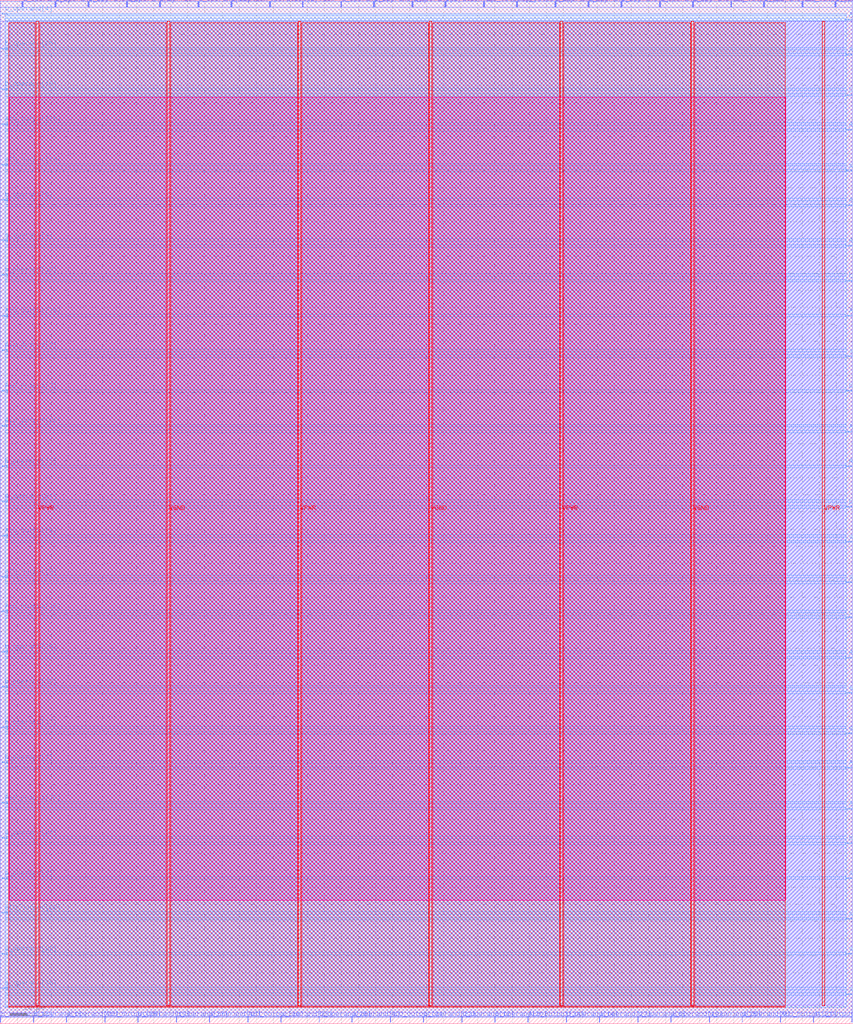
<source format=lef>
VERSION 5.7 ;
  NOWIREEXTENSIONATPIN ON ;
  DIVIDERCHAR "/" ;
  BUSBITCHARS "[]" ;
MACRO ALU
  CLASS BLOCK ;
  FOREIGN ALU ;
  ORIGIN 0.000 0.000 ;
  SIZE 500.000 BY 600.000 ;
  PIN ALU_Output[0]
    DIRECTION OUTPUT TRISTATE ;
    USE SIGNAL ;
    PORT
      LAYER met3 ;
        RECT 1.000 285.640 4.000 286.240 ;
    END
  END ALU_Output[0]
  PIN ALU_Output[10]
    DIRECTION OUTPUT TRISTATE ;
    USE SIGNAL ;
    PORT
      LAYER met2 ;
        RECT 144.990 1.000 145.270 4.000 ;
    END
  END ALU_Output[10]
  PIN ALU_Output[11]
    DIRECTION OUTPUT TRISTATE ;
    USE SIGNAL ;
    PORT
      LAYER met3 ;
        RECT 496.000 455.640 499.000 456.240 ;
    END
  END ALU_Output[11]
  PIN ALU_Output[12]
    DIRECTION OUTPUT TRISTATE ;
    USE SIGNAL ;
    PORT
      LAYER met3 ;
        RECT 496.000 149.640 499.000 150.240 ;
    END
  END ALU_Output[12]
  PIN ALU_Output[13]
    DIRECTION OUTPUT TRISTATE ;
    USE SIGNAL ;
    PORT
      LAYER met3 ;
        RECT 496.000 588.240 499.000 588.840 ;
    END
  END ALU_Output[13]
  PIN ALU_Output[14]
    DIRECTION OUTPUT TRISTATE ;
    USE SIGNAL ;
    PORT
      LAYER met3 ;
        RECT 496.000 214.240 499.000 214.840 ;
    END
  END ALU_Output[14]
  PIN ALU_Output[15]
    DIRECTION OUTPUT TRISTATE ;
    USE SIGNAL ;
    PORT
      LAYER met3 ;
        RECT 1.000 527.040 4.000 527.640 ;
    END
  END ALU_Output[15]
  PIN ALU_Output[16]
    DIRECTION OUTPUT TRISTATE ;
    USE SIGNAL ;
    PORT
      LAYER met3 ;
        RECT 1.000 503.240 4.000 503.840 ;
    END
  END ALU_Output[16]
  PIN ALU_Output[17]
    DIRECTION OUTPUT TRISTATE ;
    USE SIGNAL ;
    PORT
      LAYER met2 ;
        RECT 302.770 596.000 303.050 599.000 ;
    END
  END ALU_Output[17]
  PIN ALU_Output[18]
    DIRECTION OUTPUT TRISTATE ;
    USE SIGNAL ;
    PORT
      LAYER met2 ;
        RECT 470.210 596.000 470.490 599.000 ;
    END
  END ALU_Output[18]
  PIN ALU_Output[19]
    DIRECTION OUTPUT TRISTATE ;
    USE SIGNAL ;
    PORT
      LAYER met3 ;
        RECT 1.000 241.440 4.000 242.040 ;
    END
  END ALU_Output[19]
  PIN ALU_Output[1]
    DIRECTION OUTPUT TRISTATE ;
    USE SIGNAL ;
    PORT
      LAYER met3 ;
        RECT 496.000 125.840 499.000 126.440 ;
    END
  END ALU_Output[1]
  PIN ALU_Output[20]
    DIRECTION OUTPUT TRISTATE ;
    USE SIGNAL ;
    PORT
      LAYER met3 ;
        RECT 1.000 414.840 4.000 415.440 ;
    END
  END ALU_Output[20]
  PIN ALU_Output[21]
    DIRECTION OUTPUT TRISTATE ;
    USE SIGNAL ;
    PORT
      LAYER met2 ;
        RECT 457.330 1.000 457.610 4.000 ;
    END
  END ALU_Output[21]
  PIN ALU_Output[22]
    DIRECTION OUTPUT TRISTATE ;
    USE SIGNAL ;
    PORT
      LAYER met3 ;
        RECT 1.000 64.640 4.000 65.240 ;
    END
  END ALU_Output[22]
  PIN ALU_Output[23]
    DIRECTION OUTPUT TRISTATE ;
    USE SIGNAL ;
    PORT
      LAYER met3 ;
        RECT 496.000 523.640 499.000 524.240 ;
    END
  END ALU_Output[23]
  PIN ALU_Output[24]
    DIRECTION OUTPUT TRISTATE ;
    USE SIGNAL ;
    PORT
      LAYER met2 ;
        RECT 309.210 1.000 309.490 4.000 ;
    END
  END ALU_Output[24]
  PIN ALU_Output[25]
    DIRECTION OUTPUT TRISTATE ;
    USE SIGNAL ;
    PORT
      LAYER met2 ;
        RECT 61.270 1.000 61.550 4.000 ;
    END
  END ALU_Output[25]
  PIN ALU_Output[26]
    DIRECTION OUTPUT TRISTATE ;
    USE SIGNAL ;
    PORT
      LAYER met3 ;
        RECT 1.000 350.240 4.000 350.840 ;
    END
  END ALU_Output[26]
  PIN ALU_Output[27]
    DIRECTION OUTPUT TRISTATE ;
    USE SIGNAL ;
    PORT
      LAYER met2 ;
        RECT 476.650 1.000 476.930 4.000 ;
    END
  END ALU_Output[27]
  PIN ALU_Output[28]
    DIRECTION OUTPUT TRISTATE ;
    USE SIGNAL ;
    PORT
      LAYER met3 ;
        RECT 496.000 567.840 499.000 568.440 ;
    END
  END ALU_Output[28]
  PIN ALU_Output[29]
    DIRECTION OUTPUT TRISTATE ;
    USE SIGNAL ;
    PORT
      LAYER met2 ;
        RECT 428.350 596.000 428.630 599.000 ;
    END
  END ALU_Output[29]
  PIN ALU_Output[2]
    DIRECTION OUTPUT TRISTATE ;
    USE SIGNAL ;
    PORT
      LAYER met3 ;
        RECT 1.000 370.640 4.000 371.240 ;
    END
  END ALU_Output[2]
  PIN ALU_Output[30]
    DIRECTION OUTPUT TRISTATE ;
    USE SIGNAL ;
    PORT
      LAYER met3 ;
        RECT 1.000 129.240 4.000 129.840 ;
    END
  END ALU_Output[30]
  PIN ALU_Output[31]
    DIRECTION OUTPUT TRISTATE ;
    USE SIGNAL ;
    PORT
      LAYER met2 ;
        RECT 228.710 1.000 228.990 4.000 ;
    END
  END ALU_Output[31]
  PIN ALU_Output[3]
    DIRECTION OUTPUT TRISTATE ;
    USE SIGNAL ;
    PORT
      LAYER met3 ;
        RECT 496.000 479.440 499.000 480.040 ;
    END
  END ALU_Output[3]
  PIN ALU_Output[4]
    DIRECTION OUTPUT TRISTATE ;
    USE SIGNAL ;
    PORT
      LAYER met3 ;
        RECT 496.000 326.440 499.000 327.040 ;
    END
  END ALU_Output[4]
  PIN ALU_Output[5]
    DIRECTION OUTPUT TRISTATE ;
    USE SIGNAL ;
    PORT
      LAYER met3 ;
        RECT 496.000 346.840 499.000 347.440 ;
    END
  END ALU_Output[5]
  PIN ALU_Output[6]
    DIRECTION OUTPUT TRISTATE ;
    USE SIGNAL ;
    PORT
      LAYER met2 ;
        RECT 283.450 596.000 283.730 599.000 ;
    END
  END ALU_Output[6]
  PIN ALU_Output[7]
    DIRECTION OUTPUT TRISTATE ;
    USE SIGNAL ;
    PORT
      LAYER met3 ;
        RECT 496.000 414.840 499.000 415.440 ;
    END
  END ALU_Output[7]
  PIN ALU_Output[8]
    DIRECTION OUTPUT TRISTATE ;
    USE SIGNAL ;
    PORT
      LAYER met3 ;
        RECT 1.000 261.840 4.000 262.440 ;
    END
  END ALU_Output[8]
  PIN ALU_Output[9]
    DIRECTION OUTPUT TRISTATE ;
    USE SIGNAL ;
    PORT
      LAYER met3 ;
        RECT 1.000 394.440 4.000 395.040 ;
    END
  END ALU_Output[9]
  PIN Exception
    DIRECTION OUTPUT TRISTATE ;
    USE SIGNAL ;
    PORT
      LAYER met2 ;
        RECT 135.330 596.000 135.610 599.000 ;
    END
  END Exception
  PIN Operation[0]
    DIRECTION INPUT ;
    USE SIGNAL ;
    PORT
      LAYER met3 ;
        RECT 496.000 544.040 499.000 544.640 ;
    END
  END Operation[0]
  PIN Operation[1]
    DIRECTION INPUT ;
    USE SIGNAL ;
    PORT
      LAYER met2 ;
        RECT 157.870 596.000 158.150 599.000 ;
    END
  END Operation[1]
  PIN Operation[2]
    DIRECTION INPUT ;
    USE SIGNAL ;
    PORT
      LAYER met2 ;
        RECT 260.910 596.000 261.190 599.000 ;
    END
  END Operation[2]
  PIN Operation[3]
    DIRECTION INPUT ;
    USE SIGNAL ;
    PORT
      LAYER met3 ;
        RECT 496.000 238.040 499.000 238.640 ;
    END
  END Operation[3]
  PIN Overflow
    DIRECTION OUTPUT TRISTATE ;
    USE SIGNAL ;
    PORT
      LAYER met2 ;
        RECT 177.190 596.000 177.470 599.000 ;
    END
  END Overflow
  PIN Underflow
    DIRECTION OUTPUT TRISTATE ;
    USE SIGNAL ;
    PORT
      LAYER met2 ;
        RECT 93.470 596.000 93.750 599.000 ;
    END
  END Underflow
  PIN VGND
    DIRECTION INOUT ;
    USE GROUND ;
    PORT
      LAYER met4 ;
        RECT 97.840 10.640 99.440 587.760 ;
    END
    PORT
      LAYER met4 ;
        RECT 251.440 10.640 253.040 587.760 ;
    END
    PORT
      LAYER met4 ;
        RECT 405.040 10.640 406.640 587.760 ;
    END
  END VGND
  PIN VPWR
    DIRECTION INOUT ;
    USE POWER ;
    PORT
      LAYER met4 ;
        RECT 21.040 10.640 22.640 587.760 ;
    END
    PORT
      LAYER met4 ;
        RECT 174.640 10.640 176.240 587.760 ;
    END
    PORT
      LAYER met4 ;
        RECT 328.240 10.640 329.840 587.760 ;
    END
    PORT
      LAYER met4 ;
        RECT 481.840 10.640 483.440 587.760 ;
    END
  END VPWR
  PIN a_operand[0]
    DIRECTION INPUT ;
    USE SIGNAL ;
    PORT
      LAYER met2 ;
        RECT 241.590 596.000 241.870 599.000 ;
    END
  END a_operand[0]
  PIN a_operand[10]
    DIRECTION INPUT ;
    USE SIGNAL ;
    PORT
      LAYER met2 ;
        RECT 122.450 1.000 122.730 4.000 ;
    END
  END a_operand[10]
  PIN a_operand[11]
    DIRECTION INPUT ;
    USE SIGNAL ;
    PORT
      LAYER met2 ;
        RECT 199.730 596.000 200.010 599.000 ;
    END
  END a_operand[11]
  PIN a_operand[12]
    DIRECTION INPUT ;
    USE SIGNAL ;
    PORT
      LAYER met3 ;
        RECT 496.000 40.840 499.000 41.440 ;
    END
  END a_operand[12]
  PIN a_operand[13]
    DIRECTION INPUT ;
    USE SIGNAL ;
    PORT
      LAYER met3 ;
        RECT 496.000 282.240 499.000 282.840 ;
    END
  END a_operand[13]
  PIN a_operand[14]
    DIRECTION INPUT ;
    USE SIGNAL ;
    PORT
      LAYER met2 ;
        RECT 344.630 596.000 344.910 599.000 ;
    END
  END a_operand[14]
  PIN a_operand[15]
    DIRECTION INPUT ;
    USE SIGNAL ;
    PORT
      LAYER met2 ;
        RECT 116.010 596.000 116.290 599.000 ;
    END
  END a_operand[15]
  PIN a_operand[16]
    DIRECTION INPUT ;
    USE SIGNAL ;
    PORT
      LAYER met3 ;
        RECT 496.000 61.240 499.000 61.840 ;
    END
  END a_operand[16]
  PIN a_operand[17]
    DIRECTION INPUT ;
    USE SIGNAL ;
    PORT
      LAYER met3 ;
        RECT 496.000 499.840 499.000 500.440 ;
    END
  END a_operand[17]
  PIN a_operand[18]
    DIRECTION INPUT ;
    USE SIGNAL ;
    PORT
      LAYER met3 ;
        RECT 1.000 438.640 4.000 439.240 ;
    END
  END a_operand[18]
  PIN a_operand[19]
    DIRECTION INPUT ;
    USE SIGNAL ;
    PORT
      LAYER met2 ;
        RECT 392.930 1.000 393.210 4.000 ;
    END
  END a_operand[19]
  PIN a_operand[1]
    DIRECTION INPUT ;
    USE SIGNAL ;
    PORT
      LAYER met2 ;
        RECT 206.170 1.000 206.450 4.000 ;
    END
  END a_operand[1]
  PIN a_operand[20]
    DIRECTION INPUT ;
    USE SIGNAL ;
    PORT
      LAYER met3 ;
        RECT 496.000 170.040 499.000 170.640 ;
    END
  END a_operand[20]
  PIN a_operand[21]
    DIRECTION INPUT ;
    USE SIGNAL ;
    PORT
      LAYER met3 ;
        RECT 1.000 306.040 4.000 306.640 ;
    END
  END a_operand[21]
  PIN a_operand[22]
    DIRECTION INPUT ;
    USE SIGNAL ;
    PORT
      LAYER met3 ;
        RECT 1.000 40.840 4.000 41.440 ;
    END
  END a_operand[22]
  PIN a_operand[23]
    DIRECTION INPUT ;
    USE SIGNAL ;
    PORT
      LAYER met3 ;
        RECT 496.000 17.040 499.000 17.640 ;
    END
  END a_operand[23]
  PIN a_operand[24]
    DIRECTION INPUT ;
    USE SIGNAL ;
    PORT
      LAYER met3 ;
        RECT 1.000 108.840 4.000 109.440 ;
    END
  END a_operand[24]
  PIN a_operand[25]
    DIRECTION INPUT ;
    USE SIGNAL ;
    PORT
      LAYER met2 ;
        RECT 415.470 1.000 415.750 4.000 ;
    END
  END a_operand[25]
  PIN a_operand[26]
    DIRECTION INPUT ;
    USE SIGNAL ;
    PORT
      LAYER met2 ;
        RECT 405.810 596.000 406.090 599.000 ;
    END
  END a_operand[26]
  PIN a_operand[27]
    DIRECTION INPUT ;
    USE SIGNAL ;
    PORT
      LAYER met2 ;
        RECT 351.070 1.000 351.350 4.000 ;
    END
  END a_operand[27]
  PIN a_operand[28]
    DIRECTION INPUT ;
    USE SIGNAL ;
    PORT
      LAYER met2 ;
        RECT 38.730 1.000 39.010 4.000 ;
    END
  END a_operand[28]
  PIN a_operand[29]
    DIRECTION INPUT ;
    USE SIGNAL ;
    PORT
      LAYER met2 ;
        RECT 164.310 1.000 164.590 4.000 ;
    END
  END a_operand[29]
  PIN a_operand[2]
    DIRECTION INPUT ;
    USE SIGNAL ;
    PORT
      LAYER met2 ;
        RECT 499.190 1.000 499.470 4.000 ;
    END
  END a_operand[2]
  PIN a_operand[30]
    DIRECTION INPUT ;
    USE SIGNAL ;
    PORT
      LAYER met3 ;
        RECT 1.000 20.440 4.000 21.040 ;
    END
  END a_operand[30]
  PIN a_operand[31]
    DIRECTION INPUT ;
    USE SIGNAL ;
    PORT
      LAYER met3 ;
        RECT 496.000 193.840 499.000 194.440 ;
    END
  END a_operand[31]
  PIN a_operand[3]
    DIRECTION INPUT ;
    USE SIGNAL ;
    PORT
      LAYER met3 ;
        RECT 1.000 85.040 4.000 85.640 ;
    END
  END a_operand[3]
  PIN a_operand[4]
    DIRECTION INPUT ;
    USE SIGNAL ;
    PORT
      LAYER met3 ;
        RECT 1.000 459.040 4.000 459.640 ;
    END
  END a_operand[4]
  PIN a_operand[5]
    DIRECTION INPUT ;
    USE SIGNAL ;
    PORT
      LAYER met3 ;
        RECT 496.000 85.040 499.000 85.640 ;
    END
  END a_operand[5]
  PIN a_operand[6]
    DIRECTION INPUT ;
    USE SIGNAL ;
    PORT
      LAYER met2 ;
        RECT 12.970 596.000 13.250 599.000 ;
    END
  END a_operand[6]
  PIN a_operand[7]
    DIRECTION INPUT ;
    USE SIGNAL ;
    PORT
      LAYER met3 ;
        RECT 496.000 258.440 499.000 259.040 ;
    END
  END a_operand[7]
  PIN a_operand[8]
    DIRECTION INPUT ;
    USE SIGNAL ;
    PORT
      LAYER met3 ;
        RECT 496.000 391.040 499.000 391.640 ;
    END
  END a_operand[8]
  PIN a_operand[9]
    DIRECTION INPUT ;
    USE SIGNAL ;
    PORT
      LAYER met2 ;
        RECT 434.790 1.000 435.070 4.000 ;
    END
  END a_operand[9]
  PIN b_operand[0]
    DIRECTION INPUT ;
    USE SIGNAL ;
    PORT
      LAYER met3 ;
        RECT 496.000 435.240 499.000 435.840 ;
    END
  END b_operand[0]
  PIN b_operand[10]
    DIRECTION INPUT ;
    USE SIGNAL ;
    PORT
      LAYER met2 ;
        RECT 32.290 596.000 32.570 599.000 ;
    END
  END b_operand[10]
  PIN b_operand[11]
    DIRECTION INPUT ;
    USE SIGNAL ;
    PORT
      LAYER met3 ;
        RECT 1.000 326.440 4.000 327.040 ;
    END
  END b_operand[11]
  PIN b_operand[12]
    DIRECTION INPUT ;
    USE SIGNAL ;
    PORT
      LAYER met2 ;
        RECT 270.570 1.000 270.850 4.000 ;
    END
  END b_operand[12]
  PIN b_operand[13]
    DIRECTION INPUT ;
    USE SIGNAL ;
    PORT
      LAYER met2 ;
        RECT 0.090 1.000 0.370 4.000 ;
    END
  END b_operand[13]
  PIN b_operand[14]
    DIRECTION INPUT ;
    USE SIGNAL ;
    PORT
      LAYER met2 ;
        RECT 331.750 1.000 332.030 4.000 ;
    END
  END b_operand[14]
  PIN b_operand[15]
    DIRECTION INPUT ;
    USE SIGNAL ;
    PORT
      LAYER met2 ;
        RECT 51.610 596.000 51.890 599.000 ;
    END
  END b_operand[15]
  PIN b_operand[16]
    DIRECTION INPUT ;
    USE SIGNAL ;
    PORT
      LAYER met2 ;
        RECT 219.050 596.000 219.330 599.000 ;
    END
  END b_operand[16]
  PIN b_operand[17]
    DIRECTION INPUT ;
    USE SIGNAL ;
    PORT
      LAYER met3 ;
        RECT 1.000 173.440 4.000 174.040 ;
    END
  END b_operand[17]
  PIN b_operand[18]
    DIRECTION INPUT ;
    USE SIGNAL ;
    PORT
      LAYER met3 ;
        RECT 1.000 547.440 4.000 548.040 ;
    END
  END b_operand[18]
  PIN b_operand[19]
    DIRECTION INPUT ;
    USE SIGNAL ;
    PORT
      LAYER met2 ;
        RECT 80.590 1.000 80.870 4.000 ;
    END
  END b_operand[19]
  PIN b_operand[1]
    DIRECTION INPUT ;
    USE SIGNAL ;
    PORT
      LAYER met2 ;
        RECT 19.410 1.000 19.690 4.000 ;
    END
  END b_operand[1]
  PIN b_operand[20]
    DIRECTION INPUT ;
    USE SIGNAL ;
    PORT
      LAYER met2 ;
        RECT 447.670 596.000 447.950 599.000 ;
    END
  END b_operand[20]
  PIN b_operand[21]
    DIRECTION INPUT ;
    USE SIGNAL ;
    PORT
      LAYER met2 ;
        RECT 325.310 596.000 325.590 599.000 ;
    END
  END b_operand[21]
  PIN b_operand[22]
    DIRECTION INPUT ;
    USE SIGNAL ;
    PORT
      LAYER met2 ;
        RECT 248.030 1.000 248.310 4.000 ;
    END
  END b_operand[22]
  PIN b_operand[23]
    DIRECTION INPUT ;
    USE SIGNAL ;
    PORT
      LAYER met2 ;
        RECT 489.530 596.000 489.810 599.000 ;
    END
  END b_operand[23]
  PIN b_operand[24]
    DIRECTION INPUT ;
    USE SIGNAL ;
    PORT
      LAYER met3 ;
        RECT 496.000 105.440 499.000 106.040 ;
    END
  END b_operand[24]
  PIN b_operand[25]
    DIRECTION INPUT ;
    USE SIGNAL ;
    PORT
      LAYER met3 ;
        RECT 1.000 571.240 4.000 571.840 ;
    END
  END b_operand[25]
  PIN b_operand[26]
    DIRECTION INPUT ;
    USE SIGNAL ;
    PORT
      LAYER met3 ;
        RECT 1.000 217.640 4.000 218.240 ;
    END
  END b_operand[26]
  PIN b_operand[27]
    DIRECTION INPUT ;
    USE SIGNAL ;
    PORT
      LAYER met2 ;
        RECT 103.130 1.000 103.410 4.000 ;
    END
  END b_operand[27]
  PIN b_operand[28]
    DIRECTION INPUT ;
    USE SIGNAL ;
    PORT
      LAYER met2 ;
        RECT 186.850 1.000 187.130 4.000 ;
    END
  END b_operand[28]
  PIN b_operand[29]
    DIRECTION INPUT ;
    USE SIGNAL ;
    PORT
      LAYER met3 ;
        RECT 1.000 197.240 4.000 197.840 ;
    END
  END b_operand[29]
  PIN b_operand[2]
    DIRECTION INPUT ;
    USE SIGNAL ;
    PORT
      LAYER met3 ;
        RECT 496.000 370.640 499.000 371.240 ;
    END
  END b_operand[2]
  PIN b_operand[30]
    DIRECTION INPUT ;
    USE SIGNAL ;
    PORT
      LAYER met2 ;
        RECT 289.890 1.000 290.170 4.000 ;
    END
  END b_operand[30]
  PIN b_operand[31]
    DIRECTION INPUT ;
    USE SIGNAL ;
    PORT
      LAYER met2 ;
        RECT 386.490 596.000 386.770 599.000 ;
    END
  END b_operand[31]
  PIN b_operand[3]
    DIRECTION INPUT ;
    USE SIGNAL ;
    PORT
      LAYER met2 ;
        RECT 363.950 596.000 364.230 599.000 ;
    END
  END b_operand[3]
  PIN b_operand[4]
    DIRECTION INPUT ;
    USE SIGNAL ;
    PORT
      LAYER met3 ;
        RECT 1.000 591.640 4.000 592.240 ;
    END
  END b_operand[4]
  PIN b_operand[5]
    DIRECTION INPUT ;
    USE SIGNAL ;
    PORT
      LAYER met2 ;
        RECT 74.150 596.000 74.430 599.000 ;
    END
  END b_operand[5]
  PIN b_operand[6]
    DIRECTION INPUT ;
    USE SIGNAL ;
    PORT
      LAYER met2 ;
        RECT 373.610 1.000 373.890 4.000 ;
    END
  END b_operand[6]
  PIN b_operand[7]
    DIRECTION INPUT ;
    USE SIGNAL ;
    PORT
      LAYER met3 ;
        RECT 1.000 153.040 4.000 153.640 ;
    END
  END b_operand[7]
  PIN b_operand[8]
    DIRECTION INPUT ;
    USE SIGNAL ;
    PORT
      LAYER met3 ;
        RECT 1.000 482.840 4.000 483.440 ;
    END
  END b_operand[8]
  PIN b_operand[9]
    DIRECTION INPUT ;
    USE SIGNAL ;
    PORT
      LAYER met3 ;
        RECT 496.000 302.640 499.000 303.240 ;
    END
  END b_operand[9]
  OBS
      LAYER li1 ;
        RECT 5.520 10.795 494.040 587.605 ;
      LAYER met1 ;
        RECT 0.070 6.500 499.490 587.760 ;
      LAYER met2 ;
        RECT 0.100 599.280 499.460 599.490 ;
        RECT 0.100 595.720 12.690 599.280 ;
        RECT 13.530 595.720 32.010 599.280 ;
        RECT 32.850 595.720 51.330 599.280 ;
        RECT 52.170 595.720 73.870 599.280 ;
        RECT 74.710 595.720 93.190 599.280 ;
        RECT 94.030 595.720 115.730 599.280 ;
        RECT 116.570 595.720 135.050 599.280 ;
        RECT 135.890 595.720 157.590 599.280 ;
        RECT 158.430 595.720 176.910 599.280 ;
        RECT 177.750 595.720 199.450 599.280 ;
        RECT 200.290 595.720 218.770 599.280 ;
        RECT 219.610 595.720 241.310 599.280 ;
        RECT 242.150 595.720 260.630 599.280 ;
        RECT 261.470 595.720 283.170 599.280 ;
        RECT 284.010 595.720 302.490 599.280 ;
        RECT 303.330 595.720 325.030 599.280 ;
        RECT 325.870 595.720 344.350 599.280 ;
        RECT 345.190 595.720 363.670 599.280 ;
        RECT 364.510 595.720 386.210 599.280 ;
        RECT 387.050 595.720 405.530 599.280 ;
        RECT 406.370 595.720 428.070 599.280 ;
        RECT 428.910 595.720 447.390 599.280 ;
        RECT 448.230 595.720 469.930 599.280 ;
        RECT 470.770 595.720 489.250 599.280 ;
        RECT 490.090 595.720 499.460 599.280 ;
        RECT 0.100 4.280 499.460 595.720 ;
        RECT 0.650 3.670 19.130 4.280 ;
        RECT 19.970 3.670 38.450 4.280 ;
        RECT 39.290 3.670 60.990 4.280 ;
        RECT 61.830 3.670 80.310 4.280 ;
        RECT 81.150 3.670 102.850 4.280 ;
        RECT 103.690 3.670 122.170 4.280 ;
        RECT 123.010 3.670 144.710 4.280 ;
        RECT 145.550 3.670 164.030 4.280 ;
        RECT 164.870 3.670 186.570 4.280 ;
        RECT 187.410 3.670 205.890 4.280 ;
        RECT 206.730 3.670 228.430 4.280 ;
        RECT 229.270 3.670 247.750 4.280 ;
        RECT 248.590 3.670 270.290 4.280 ;
        RECT 271.130 3.670 289.610 4.280 ;
        RECT 290.450 3.670 308.930 4.280 ;
        RECT 309.770 3.670 331.470 4.280 ;
        RECT 332.310 3.670 350.790 4.280 ;
        RECT 351.630 3.670 373.330 4.280 ;
        RECT 374.170 3.670 392.650 4.280 ;
        RECT 393.490 3.670 415.190 4.280 ;
        RECT 416.030 3.670 434.510 4.280 ;
        RECT 435.350 3.670 457.050 4.280 ;
        RECT 457.890 3.670 476.370 4.280 ;
        RECT 477.210 3.670 498.910 4.280 ;
      LAYER met3 ;
        RECT 4.400 591.240 496.000 592.105 ;
        RECT 2.825 589.240 496.000 591.240 ;
        RECT 2.825 587.840 495.600 589.240 ;
        RECT 2.825 572.240 496.000 587.840 ;
        RECT 4.400 570.840 496.000 572.240 ;
        RECT 2.825 568.840 496.000 570.840 ;
        RECT 2.825 567.440 495.600 568.840 ;
        RECT 2.825 548.440 496.000 567.440 ;
        RECT 4.400 547.040 496.000 548.440 ;
        RECT 2.825 545.040 496.000 547.040 ;
        RECT 2.825 543.640 495.600 545.040 ;
        RECT 2.825 528.040 496.000 543.640 ;
        RECT 4.400 526.640 496.000 528.040 ;
        RECT 2.825 524.640 496.000 526.640 ;
        RECT 2.825 523.240 495.600 524.640 ;
        RECT 2.825 504.240 496.000 523.240 ;
        RECT 4.400 502.840 496.000 504.240 ;
        RECT 2.825 500.840 496.000 502.840 ;
        RECT 2.825 499.440 495.600 500.840 ;
        RECT 2.825 483.840 496.000 499.440 ;
        RECT 4.400 482.440 496.000 483.840 ;
        RECT 2.825 480.440 496.000 482.440 ;
        RECT 2.825 479.040 495.600 480.440 ;
        RECT 2.825 460.040 496.000 479.040 ;
        RECT 4.400 458.640 496.000 460.040 ;
        RECT 2.825 456.640 496.000 458.640 ;
        RECT 2.825 455.240 495.600 456.640 ;
        RECT 2.825 439.640 496.000 455.240 ;
        RECT 4.400 438.240 496.000 439.640 ;
        RECT 2.825 436.240 496.000 438.240 ;
        RECT 2.825 434.840 495.600 436.240 ;
        RECT 2.825 415.840 496.000 434.840 ;
        RECT 4.400 414.440 495.600 415.840 ;
        RECT 2.825 395.440 496.000 414.440 ;
        RECT 4.400 394.040 496.000 395.440 ;
        RECT 2.825 392.040 496.000 394.040 ;
        RECT 2.825 390.640 495.600 392.040 ;
        RECT 2.825 371.640 496.000 390.640 ;
        RECT 4.400 370.240 495.600 371.640 ;
        RECT 2.825 351.240 496.000 370.240 ;
        RECT 4.400 349.840 496.000 351.240 ;
        RECT 2.825 347.840 496.000 349.840 ;
        RECT 2.825 346.440 495.600 347.840 ;
        RECT 2.825 327.440 496.000 346.440 ;
        RECT 4.400 326.040 495.600 327.440 ;
        RECT 2.825 307.040 496.000 326.040 ;
        RECT 4.400 305.640 496.000 307.040 ;
        RECT 2.825 303.640 496.000 305.640 ;
        RECT 2.825 302.240 495.600 303.640 ;
        RECT 2.825 286.640 496.000 302.240 ;
        RECT 4.400 285.240 496.000 286.640 ;
        RECT 2.825 283.240 496.000 285.240 ;
        RECT 2.825 281.840 495.600 283.240 ;
        RECT 2.825 262.840 496.000 281.840 ;
        RECT 4.400 261.440 496.000 262.840 ;
        RECT 2.825 259.440 496.000 261.440 ;
        RECT 2.825 258.040 495.600 259.440 ;
        RECT 2.825 242.440 496.000 258.040 ;
        RECT 4.400 241.040 496.000 242.440 ;
        RECT 2.825 239.040 496.000 241.040 ;
        RECT 2.825 237.640 495.600 239.040 ;
        RECT 2.825 218.640 496.000 237.640 ;
        RECT 4.400 217.240 496.000 218.640 ;
        RECT 2.825 215.240 496.000 217.240 ;
        RECT 2.825 213.840 495.600 215.240 ;
        RECT 2.825 198.240 496.000 213.840 ;
        RECT 4.400 196.840 496.000 198.240 ;
        RECT 2.825 194.840 496.000 196.840 ;
        RECT 2.825 193.440 495.600 194.840 ;
        RECT 2.825 174.440 496.000 193.440 ;
        RECT 4.400 173.040 496.000 174.440 ;
        RECT 2.825 171.040 496.000 173.040 ;
        RECT 2.825 169.640 495.600 171.040 ;
        RECT 2.825 154.040 496.000 169.640 ;
        RECT 4.400 152.640 496.000 154.040 ;
        RECT 2.825 150.640 496.000 152.640 ;
        RECT 2.825 149.240 495.600 150.640 ;
        RECT 2.825 130.240 496.000 149.240 ;
        RECT 4.400 128.840 496.000 130.240 ;
        RECT 2.825 126.840 496.000 128.840 ;
        RECT 2.825 125.440 495.600 126.840 ;
        RECT 2.825 109.840 496.000 125.440 ;
        RECT 4.400 108.440 496.000 109.840 ;
        RECT 2.825 106.440 496.000 108.440 ;
        RECT 2.825 105.040 495.600 106.440 ;
        RECT 2.825 86.040 496.000 105.040 ;
        RECT 4.400 84.640 495.600 86.040 ;
        RECT 2.825 65.640 496.000 84.640 ;
        RECT 4.400 64.240 496.000 65.640 ;
        RECT 2.825 62.240 496.000 64.240 ;
        RECT 2.825 60.840 495.600 62.240 ;
        RECT 2.825 41.840 496.000 60.840 ;
        RECT 4.400 40.440 495.600 41.840 ;
        RECT 2.825 21.440 496.000 40.440 ;
        RECT 4.400 20.040 496.000 21.440 ;
        RECT 2.825 18.040 496.000 20.040 ;
        RECT 2.825 16.640 495.600 18.040 ;
        RECT 2.825 9.695 496.000 16.640 ;
      LAYER met4 ;
        RECT 4.895 10.240 20.640 586.665 ;
        RECT 23.040 10.240 97.440 586.665 ;
        RECT 99.840 10.240 174.240 586.665 ;
        RECT 176.640 10.240 251.040 586.665 ;
        RECT 253.440 10.240 327.840 586.665 ;
        RECT 330.240 10.240 404.640 586.665 ;
        RECT 407.040 10.240 460.130 586.665 ;
        RECT 4.895 9.695 460.130 10.240 ;
      LAYER met5 ;
        RECT 5.180 72.300 460.340 543.100 ;
  END
END ALU
END LIBRARY


</source>
